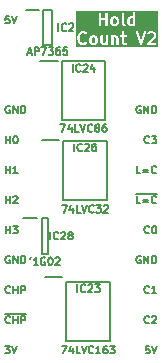
<source format=gto>
%TF.GenerationSoftware,KiCad,Pcbnew,9.0.7*%
%TF.CreationDate,2026-02-20T09:43:29+02:00*%
%TF.ProjectId,HCP65 Hold Count,48435036-3520-4486-9f6c-6420436f756e,V2*%
%TF.SameCoordinates,Original*%
%TF.FileFunction,Legend,Top*%
%TF.FilePolarity,Positive*%
%FSLAX46Y46*%
G04 Gerber Fmt 4.6, Leading zero omitted, Abs format (unit mm)*
G04 Created by KiCad (PCBNEW 9.0.7) date 2026-02-20 09:43:29*
%MOMM*%
%LPD*%
G01*
G04 APERTURE LIST*
%ADD10C,0.150000*%
%ADD11C,0.200000*%
G04 APERTURE END LIST*
D10*
X12673887Y-7301201D02*
X12613411Y-7270963D01*
X12613411Y-7270963D02*
X12522697Y-7270963D01*
X12522697Y-7270963D02*
X12431982Y-7301201D01*
X12431982Y-7301201D02*
X12371506Y-7361677D01*
X12371506Y-7361677D02*
X12341268Y-7422153D01*
X12341268Y-7422153D02*
X12311030Y-7543105D01*
X12311030Y-7543105D02*
X12311030Y-7633820D01*
X12311030Y-7633820D02*
X12341268Y-7754772D01*
X12341268Y-7754772D02*
X12371506Y-7815248D01*
X12371506Y-7815248D02*
X12431982Y-7875725D01*
X12431982Y-7875725D02*
X12522697Y-7905963D01*
X12522697Y-7905963D02*
X12583173Y-7905963D01*
X12583173Y-7905963D02*
X12673887Y-7875725D01*
X12673887Y-7875725D02*
X12704125Y-7845486D01*
X12704125Y-7845486D02*
X12704125Y-7633820D01*
X12704125Y-7633820D02*
X12583173Y-7633820D01*
X12976268Y-7905963D02*
X12976268Y-7270963D01*
X12976268Y-7270963D02*
X13339125Y-7905963D01*
X13339125Y-7905963D02*
X13339125Y-7270963D01*
X13641506Y-7905963D02*
X13641506Y-7270963D01*
X13641506Y-7270963D02*
X13792696Y-7270963D01*
X13792696Y-7270963D02*
X13883411Y-7301201D01*
X13883411Y-7301201D02*
X13943887Y-7361677D01*
X13943887Y-7361677D02*
X13974125Y-7422153D01*
X13974125Y-7422153D02*
X14004363Y-7543105D01*
X14004363Y-7543105D02*
X14004363Y-7633820D01*
X14004363Y-7633820D02*
X13974125Y-7754772D01*
X13974125Y-7754772D02*
X13943887Y-7815248D01*
X13943887Y-7815248D02*
X13883411Y-7875725D01*
X13883411Y-7875725D02*
X13792696Y-7905963D01*
X13792696Y-7905963D02*
X13641506Y-7905963D01*
X1598493Y-7301201D02*
X1538017Y-7270963D01*
X1538017Y-7270963D02*
X1447303Y-7270963D01*
X1447303Y-7270963D02*
X1356588Y-7301201D01*
X1356588Y-7301201D02*
X1296112Y-7361677D01*
X1296112Y-7361677D02*
X1265874Y-7422153D01*
X1265874Y-7422153D02*
X1235636Y-7543105D01*
X1235636Y-7543105D02*
X1235636Y-7633820D01*
X1235636Y-7633820D02*
X1265874Y-7754772D01*
X1265874Y-7754772D02*
X1296112Y-7815248D01*
X1296112Y-7815248D02*
X1356588Y-7875725D01*
X1356588Y-7875725D02*
X1447303Y-7905963D01*
X1447303Y-7905963D02*
X1507779Y-7905963D01*
X1507779Y-7905963D02*
X1598493Y-7875725D01*
X1598493Y-7875725D02*
X1628731Y-7845486D01*
X1628731Y-7845486D02*
X1628731Y-7633820D01*
X1628731Y-7633820D02*
X1507779Y-7633820D01*
X1900874Y-7905963D02*
X1900874Y-7270963D01*
X1900874Y-7270963D02*
X2263731Y-7905963D01*
X2263731Y-7905963D02*
X2263731Y-7270963D01*
X2566112Y-7905963D02*
X2566112Y-7270963D01*
X2566112Y-7270963D02*
X2717302Y-7270963D01*
X2717302Y-7270963D02*
X2808017Y-7301201D01*
X2808017Y-7301201D02*
X2868493Y-7361677D01*
X2868493Y-7361677D02*
X2898731Y-7422153D01*
X2898731Y-7422153D02*
X2928969Y-7543105D01*
X2928969Y-7543105D02*
X2928969Y-7633820D01*
X2928969Y-7633820D02*
X2898731Y-7754772D01*
X2898731Y-7754772D02*
X2868493Y-7815248D01*
X2868493Y-7815248D02*
X2808017Y-7875725D01*
X2808017Y-7875725D02*
X2717302Y-7905963D01*
X2717302Y-7905963D02*
X2566112Y-7905963D01*
X13399601Y-10385486D02*
X13369363Y-10415725D01*
X13369363Y-10415725D02*
X13278649Y-10445963D01*
X13278649Y-10445963D02*
X13218173Y-10445963D01*
X13218173Y-10445963D02*
X13127458Y-10415725D01*
X13127458Y-10415725D02*
X13066982Y-10355248D01*
X13066982Y-10355248D02*
X13036744Y-10294772D01*
X13036744Y-10294772D02*
X13006506Y-10173820D01*
X13006506Y-10173820D02*
X13006506Y-10083105D01*
X13006506Y-10083105D02*
X13036744Y-9962153D01*
X13036744Y-9962153D02*
X13066982Y-9901677D01*
X13066982Y-9901677D02*
X13127458Y-9841201D01*
X13127458Y-9841201D02*
X13218173Y-9810963D01*
X13218173Y-9810963D02*
X13278649Y-9810963D01*
X13278649Y-9810963D02*
X13369363Y-9841201D01*
X13369363Y-9841201D02*
X13399601Y-9871439D01*
X13611268Y-9810963D02*
X14004363Y-9810963D01*
X14004363Y-9810963D02*
X13792696Y-10052867D01*
X13792696Y-10052867D02*
X13883411Y-10052867D01*
X13883411Y-10052867D02*
X13943887Y-10083105D01*
X13943887Y-10083105D02*
X13974125Y-10113344D01*
X13974125Y-10113344D02*
X14004363Y-10173820D01*
X14004363Y-10173820D02*
X14004363Y-10325010D01*
X14004363Y-10325010D02*
X13974125Y-10385486D01*
X13974125Y-10385486D02*
X13943887Y-10415725D01*
X13943887Y-10415725D02*
X13883411Y-10445963D01*
X13883411Y-10445963D02*
X13701982Y-10445963D01*
X13701982Y-10445963D02*
X13641506Y-10415725D01*
X13641506Y-10415725D02*
X13611268Y-10385486D01*
X1568255Y349036D02*
X1265874Y349036D01*
X1265874Y349036D02*
X1235636Y46655D01*
X1235636Y46655D02*
X1265874Y76894D01*
X1265874Y76894D02*
X1326350Y107132D01*
X1326350Y107132D02*
X1477541Y107132D01*
X1477541Y107132D02*
X1538017Y76894D01*
X1538017Y76894D02*
X1568255Y46655D01*
X1568255Y46655D02*
X1598493Y-13820D01*
X1598493Y-13820D02*
X1598493Y-165010D01*
X1598493Y-165010D02*
X1568255Y-225486D01*
X1568255Y-225486D02*
X1538017Y-255725D01*
X1538017Y-255725D02*
X1477541Y-285963D01*
X1477541Y-285963D02*
X1326350Y-285963D01*
X1326350Y-285963D02*
X1265874Y-255725D01*
X1265874Y-255725D02*
X1235636Y-225486D01*
X1779922Y349036D02*
X1991588Y-285963D01*
X1991588Y-285963D02*
X2203255Y349036D01*
X12643649Y-15525963D02*
X12341268Y-15525963D01*
X12341268Y-15525963D02*
X12341268Y-14890963D01*
X12855316Y-15193344D02*
X13339126Y-15193344D01*
X13339126Y-15374772D02*
X12855316Y-15374772D01*
X14004363Y-15465486D02*
X13974125Y-15495725D01*
X13974125Y-15495725D02*
X13883411Y-15525963D01*
X13883411Y-15525963D02*
X13822935Y-15525963D01*
X13822935Y-15525963D02*
X13732220Y-15495725D01*
X13732220Y-15495725D02*
X13671744Y-15435248D01*
X13671744Y-15435248D02*
X13641506Y-15374772D01*
X13641506Y-15374772D02*
X13611268Y-15253820D01*
X13611268Y-15253820D02*
X13611268Y-15163105D01*
X13611268Y-15163105D02*
X13641506Y-15042153D01*
X13641506Y-15042153D02*
X13671744Y-14981677D01*
X13671744Y-14981677D02*
X13732220Y-14921201D01*
X13732220Y-14921201D02*
X13822935Y-14890963D01*
X13822935Y-14890963D02*
X13883411Y-14890963D01*
X13883411Y-14890963D02*
X13974125Y-14921201D01*
X13974125Y-14921201D02*
X14004363Y-14951439D01*
X12253578Y-14714675D02*
X14061816Y-14714675D01*
X13399601Y-23085486D02*
X13369363Y-23115725D01*
X13369363Y-23115725D02*
X13278649Y-23145963D01*
X13278649Y-23145963D02*
X13218173Y-23145963D01*
X13218173Y-23145963D02*
X13127458Y-23115725D01*
X13127458Y-23115725D02*
X13066982Y-23055248D01*
X13066982Y-23055248D02*
X13036744Y-22994772D01*
X13036744Y-22994772D02*
X13006506Y-22873820D01*
X13006506Y-22873820D02*
X13006506Y-22783105D01*
X13006506Y-22783105D02*
X13036744Y-22662153D01*
X13036744Y-22662153D02*
X13066982Y-22601677D01*
X13066982Y-22601677D02*
X13127458Y-22541201D01*
X13127458Y-22541201D02*
X13218173Y-22510963D01*
X13218173Y-22510963D02*
X13278649Y-22510963D01*
X13278649Y-22510963D02*
X13369363Y-22541201D01*
X13369363Y-22541201D02*
X13399601Y-22571439D01*
X14004363Y-23145963D02*
X13641506Y-23145963D01*
X13822934Y-23145963D02*
X13822934Y-22510963D01*
X13822934Y-22510963D02*
X13762458Y-22601677D01*
X13762458Y-22601677D02*
X13701982Y-22662153D01*
X13701982Y-22662153D02*
X13641506Y-22692391D01*
X1628731Y-25625486D02*
X1598493Y-25655725D01*
X1598493Y-25655725D02*
X1507779Y-25685963D01*
X1507779Y-25685963D02*
X1447303Y-25685963D01*
X1447303Y-25685963D02*
X1356588Y-25655725D01*
X1356588Y-25655725D02*
X1296112Y-25595248D01*
X1296112Y-25595248D02*
X1265874Y-25534772D01*
X1265874Y-25534772D02*
X1235636Y-25413820D01*
X1235636Y-25413820D02*
X1235636Y-25323105D01*
X1235636Y-25323105D02*
X1265874Y-25202153D01*
X1265874Y-25202153D02*
X1296112Y-25141677D01*
X1296112Y-25141677D02*
X1356588Y-25081201D01*
X1356588Y-25081201D02*
X1447303Y-25050963D01*
X1447303Y-25050963D02*
X1507779Y-25050963D01*
X1507779Y-25050963D02*
X1598493Y-25081201D01*
X1598493Y-25081201D02*
X1628731Y-25111439D01*
X1900874Y-25685963D02*
X1900874Y-25050963D01*
X1900874Y-25353344D02*
X2263731Y-25353344D01*
X2263731Y-25685963D02*
X2263731Y-25050963D01*
X2566112Y-25685963D02*
X2566112Y-25050963D01*
X2566112Y-25050963D02*
X2808017Y-25050963D01*
X2808017Y-25050963D02*
X2868493Y-25081201D01*
X2868493Y-25081201D02*
X2898731Y-25111439D01*
X2898731Y-25111439D02*
X2928969Y-25171915D01*
X2928969Y-25171915D02*
X2928969Y-25262629D01*
X2928969Y-25262629D02*
X2898731Y-25323105D01*
X2898731Y-25323105D02*
X2868493Y-25353344D01*
X2868493Y-25353344D02*
X2808017Y-25383582D01*
X2808017Y-25383582D02*
X2566112Y-25383582D01*
X1178184Y-24874675D02*
X2986422Y-24874675D01*
X1205398Y-27590963D02*
X1598493Y-27590963D01*
X1598493Y-27590963D02*
X1386826Y-27832867D01*
X1386826Y-27832867D02*
X1477541Y-27832867D01*
X1477541Y-27832867D02*
X1538017Y-27863105D01*
X1538017Y-27863105D02*
X1568255Y-27893344D01*
X1568255Y-27893344D02*
X1598493Y-27953820D01*
X1598493Y-27953820D02*
X1598493Y-28105010D01*
X1598493Y-28105010D02*
X1568255Y-28165486D01*
X1568255Y-28165486D02*
X1538017Y-28195725D01*
X1538017Y-28195725D02*
X1477541Y-28225963D01*
X1477541Y-28225963D02*
X1296112Y-28225963D01*
X1296112Y-28225963D02*
X1235636Y-28195725D01*
X1235636Y-28195725D02*
X1205398Y-28165486D01*
X1779922Y-27590963D02*
X1991588Y-28225963D01*
X1991588Y-28225963D02*
X2203255Y-27590963D01*
X13399601Y-25625486D02*
X13369363Y-25655725D01*
X13369363Y-25655725D02*
X13278649Y-25685963D01*
X13278649Y-25685963D02*
X13218173Y-25685963D01*
X13218173Y-25685963D02*
X13127458Y-25655725D01*
X13127458Y-25655725D02*
X13066982Y-25595248D01*
X13066982Y-25595248D02*
X13036744Y-25534772D01*
X13036744Y-25534772D02*
X13006506Y-25413820D01*
X13006506Y-25413820D02*
X13006506Y-25323105D01*
X13006506Y-25323105D02*
X13036744Y-25202153D01*
X13036744Y-25202153D02*
X13066982Y-25141677D01*
X13066982Y-25141677D02*
X13127458Y-25081201D01*
X13127458Y-25081201D02*
X13218173Y-25050963D01*
X13218173Y-25050963D02*
X13278649Y-25050963D01*
X13278649Y-25050963D02*
X13369363Y-25081201D01*
X13369363Y-25081201D02*
X13399601Y-25111439D01*
X13641506Y-25111439D02*
X13671744Y-25081201D01*
X13671744Y-25081201D02*
X13732220Y-25050963D01*
X13732220Y-25050963D02*
X13883411Y-25050963D01*
X13883411Y-25050963D02*
X13943887Y-25081201D01*
X13943887Y-25081201D02*
X13974125Y-25111439D01*
X13974125Y-25111439D02*
X14004363Y-25171915D01*
X14004363Y-25171915D02*
X14004363Y-25232391D01*
X14004363Y-25232391D02*
X13974125Y-25323105D01*
X13974125Y-25323105D02*
X13611268Y-25685963D01*
X13611268Y-25685963D02*
X14004363Y-25685963D01*
X13399601Y-18005486D02*
X13369363Y-18035725D01*
X13369363Y-18035725D02*
X13278649Y-18065963D01*
X13278649Y-18065963D02*
X13218173Y-18065963D01*
X13218173Y-18065963D02*
X13127458Y-18035725D01*
X13127458Y-18035725D02*
X13066982Y-17975248D01*
X13066982Y-17975248D02*
X13036744Y-17914772D01*
X13036744Y-17914772D02*
X13006506Y-17793820D01*
X13006506Y-17793820D02*
X13006506Y-17703105D01*
X13006506Y-17703105D02*
X13036744Y-17582153D01*
X13036744Y-17582153D02*
X13066982Y-17521677D01*
X13066982Y-17521677D02*
X13127458Y-17461201D01*
X13127458Y-17461201D02*
X13218173Y-17430963D01*
X13218173Y-17430963D02*
X13278649Y-17430963D01*
X13278649Y-17430963D02*
X13369363Y-17461201D01*
X13369363Y-17461201D02*
X13399601Y-17491439D01*
X13792696Y-17430963D02*
X13853173Y-17430963D01*
X13853173Y-17430963D02*
X13913649Y-17461201D01*
X13913649Y-17461201D02*
X13943887Y-17491439D01*
X13943887Y-17491439D02*
X13974125Y-17551915D01*
X13974125Y-17551915D02*
X14004363Y-17672867D01*
X14004363Y-17672867D02*
X14004363Y-17824058D01*
X14004363Y-17824058D02*
X13974125Y-17945010D01*
X13974125Y-17945010D02*
X13943887Y-18005486D01*
X13943887Y-18005486D02*
X13913649Y-18035725D01*
X13913649Y-18035725D02*
X13853173Y-18065963D01*
X13853173Y-18065963D02*
X13792696Y-18065963D01*
X13792696Y-18065963D02*
X13732220Y-18035725D01*
X13732220Y-18035725D02*
X13701982Y-18005486D01*
X13701982Y-18005486D02*
X13671744Y-17945010D01*
X13671744Y-17945010D02*
X13641506Y-17824058D01*
X13641506Y-17824058D02*
X13641506Y-17672867D01*
X13641506Y-17672867D02*
X13671744Y-17551915D01*
X13671744Y-17551915D02*
X13701982Y-17491439D01*
X13701982Y-17491439D02*
X13732220Y-17461201D01*
X13732220Y-17461201D02*
X13792696Y-17430963D01*
X1628731Y-23085486D02*
X1598493Y-23115725D01*
X1598493Y-23115725D02*
X1507779Y-23145963D01*
X1507779Y-23145963D02*
X1447303Y-23145963D01*
X1447303Y-23145963D02*
X1356588Y-23115725D01*
X1356588Y-23115725D02*
X1296112Y-23055248D01*
X1296112Y-23055248D02*
X1265874Y-22994772D01*
X1265874Y-22994772D02*
X1235636Y-22873820D01*
X1235636Y-22873820D02*
X1235636Y-22783105D01*
X1235636Y-22783105D02*
X1265874Y-22662153D01*
X1265874Y-22662153D02*
X1296112Y-22601677D01*
X1296112Y-22601677D02*
X1356588Y-22541201D01*
X1356588Y-22541201D02*
X1447303Y-22510963D01*
X1447303Y-22510963D02*
X1507779Y-22510963D01*
X1507779Y-22510963D02*
X1598493Y-22541201D01*
X1598493Y-22541201D02*
X1628731Y-22571439D01*
X1900874Y-23145963D02*
X1900874Y-22510963D01*
X1900874Y-22813344D02*
X2263731Y-22813344D01*
X2263731Y-23145963D02*
X2263731Y-22510963D01*
X2566112Y-23145963D02*
X2566112Y-22510963D01*
X2566112Y-22510963D02*
X2808017Y-22510963D01*
X2808017Y-22510963D02*
X2868493Y-22541201D01*
X2868493Y-22541201D02*
X2898731Y-22571439D01*
X2898731Y-22571439D02*
X2928969Y-22631915D01*
X2928969Y-22631915D02*
X2928969Y-22722629D01*
X2928969Y-22722629D02*
X2898731Y-22783105D01*
X2898731Y-22783105D02*
X2868493Y-22813344D01*
X2868493Y-22813344D02*
X2808017Y-22843582D01*
X2808017Y-22843582D02*
X2566112Y-22843582D01*
X1598493Y-20001201D02*
X1538017Y-19970963D01*
X1538017Y-19970963D02*
X1447303Y-19970963D01*
X1447303Y-19970963D02*
X1356588Y-20001201D01*
X1356588Y-20001201D02*
X1296112Y-20061677D01*
X1296112Y-20061677D02*
X1265874Y-20122153D01*
X1265874Y-20122153D02*
X1235636Y-20243105D01*
X1235636Y-20243105D02*
X1235636Y-20333820D01*
X1235636Y-20333820D02*
X1265874Y-20454772D01*
X1265874Y-20454772D02*
X1296112Y-20515248D01*
X1296112Y-20515248D02*
X1356588Y-20575725D01*
X1356588Y-20575725D02*
X1447303Y-20605963D01*
X1447303Y-20605963D02*
X1507779Y-20605963D01*
X1507779Y-20605963D02*
X1598493Y-20575725D01*
X1598493Y-20575725D02*
X1628731Y-20545486D01*
X1628731Y-20545486D02*
X1628731Y-20333820D01*
X1628731Y-20333820D02*
X1507779Y-20333820D01*
X1900874Y-20605963D02*
X1900874Y-19970963D01*
X1900874Y-19970963D02*
X2263731Y-20605963D01*
X2263731Y-20605963D02*
X2263731Y-19970963D01*
X2566112Y-20605963D02*
X2566112Y-19970963D01*
X2566112Y-19970963D02*
X2717302Y-19970963D01*
X2717302Y-19970963D02*
X2808017Y-20001201D01*
X2808017Y-20001201D02*
X2868493Y-20061677D01*
X2868493Y-20061677D02*
X2898731Y-20122153D01*
X2898731Y-20122153D02*
X2928969Y-20243105D01*
X2928969Y-20243105D02*
X2928969Y-20333820D01*
X2928969Y-20333820D02*
X2898731Y-20454772D01*
X2898731Y-20454772D02*
X2868493Y-20515248D01*
X2868493Y-20515248D02*
X2808017Y-20575725D01*
X2808017Y-20575725D02*
X2717302Y-20605963D01*
X2717302Y-20605963D02*
X2566112Y-20605963D01*
X13429839Y-27590963D02*
X13127458Y-27590963D01*
X13127458Y-27590963D02*
X13097220Y-27893344D01*
X13097220Y-27893344D02*
X13127458Y-27863105D01*
X13127458Y-27863105D02*
X13187934Y-27832867D01*
X13187934Y-27832867D02*
X13339125Y-27832867D01*
X13339125Y-27832867D02*
X13399601Y-27863105D01*
X13399601Y-27863105D02*
X13429839Y-27893344D01*
X13429839Y-27893344D02*
X13460077Y-27953820D01*
X13460077Y-27953820D02*
X13460077Y-28105010D01*
X13460077Y-28105010D02*
X13429839Y-28165486D01*
X13429839Y-28165486D02*
X13399601Y-28195725D01*
X13399601Y-28195725D02*
X13339125Y-28225963D01*
X13339125Y-28225963D02*
X13187934Y-28225963D01*
X13187934Y-28225963D02*
X13127458Y-28195725D01*
X13127458Y-28195725D02*
X13097220Y-28165486D01*
X13641506Y-27590963D02*
X13853172Y-28225963D01*
X13853172Y-28225963D02*
X14064839Y-27590963D01*
X12673887Y-20001201D02*
X12613411Y-19970963D01*
X12613411Y-19970963D02*
X12522697Y-19970963D01*
X12522697Y-19970963D02*
X12431982Y-20001201D01*
X12431982Y-20001201D02*
X12371506Y-20061677D01*
X12371506Y-20061677D02*
X12341268Y-20122153D01*
X12341268Y-20122153D02*
X12311030Y-20243105D01*
X12311030Y-20243105D02*
X12311030Y-20333820D01*
X12311030Y-20333820D02*
X12341268Y-20454772D01*
X12341268Y-20454772D02*
X12371506Y-20515248D01*
X12371506Y-20515248D02*
X12431982Y-20575725D01*
X12431982Y-20575725D02*
X12522697Y-20605963D01*
X12522697Y-20605963D02*
X12583173Y-20605963D01*
X12583173Y-20605963D02*
X12673887Y-20575725D01*
X12673887Y-20575725D02*
X12704125Y-20545486D01*
X12704125Y-20545486D02*
X12704125Y-20333820D01*
X12704125Y-20333820D02*
X12583173Y-20333820D01*
X12976268Y-20605963D02*
X12976268Y-19970963D01*
X12976268Y-19970963D02*
X13339125Y-20605963D01*
X13339125Y-20605963D02*
X13339125Y-19970963D01*
X13641506Y-20605963D02*
X13641506Y-19970963D01*
X13641506Y-19970963D02*
X13792696Y-19970963D01*
X13792696Y-19970963D02*
X13883411Y-20001201D01*
X13883411Y-20001201D02*
X13943887Y-20061677D01*
X13943887Y-20061677D02*
X13974125Y-20122153D01*
X13974125Y-20122153D02*
X14004363Y-20243105D01*
X14004363Y-20243105D02*
X14004363Y-20333820D01*
X14004363Y-20333820D02*
X13974125Y-20454772D01*
X13974125Y-20454772D02*
X13943887Y-20515248D01*
X13943887Y-20515248D02*
X13883411Y-20575725D01*
X13883411Y-20575725D02*
X13792696Y-20605963D01*
X13792696Y-20605963D02*
X13641506Y-20605963D01*
D11*
G36*
X8799239Y-1489357D02*
G01*
X8823908Y-1514025D01*
X8853713Y-1573635D01*
X8853713Y-1812135D01*
X8823908Y-1871743D01*
X8799239Y-1896413D01*
X8739630Y-1926219D01*
X8643987Y-1926219D01*
X8584377Y-1896414D01*
X8559710Y-1871746D01*
X8529904Y-1812134D01*
X8529904Y-1573635D01*
X8559709Y-1514025D01*
X8584377Y-1489356D01*
X8643987Y-1459552D01*
X8739630Y-1459552D01*
X8799239Y-1489357D01*
G37*
G36*
X10584954Y120585D02*
G01*
X10609623Y95917D01*
X10639428Y36308D01*
X10639428Y-202191D01*
X10609623Y-261799D01*
X10584954Y-286469D01*
X10525345Y-316275D01*
X10429702Y-316275D01*
X10370092Y-286470D01*
X10345425Y-261802D01*
X10315619Y-202190D01*
X10315619Y36307D01*
X10345424Y95917D01*
X10370092Y120586D01*
X10429702Y150391D01*
X10525345Y150391D01*
X10584954Y120585D01*
G37*
G36*
X12020381Y140968D02*
G01*
X12020381Y-306852D01*
X12001536Y-316275D01*
X11858274Y-316275D01*
X11798664Y-286470D01*
X11773997Y-261802D01*
X11744191Y-202190D01*
X11744191Y36307D01*
X11773996Y95917D01*
X11798664Y120586D01*
X11858274Y150391D01*
X12001536Y150391D01*
X12020381Y140968D01*
G37*
G36*
X14117206Y-2237330D02*
G01*
X7218793Y-2237330D01*
X7218793Y-1454790D01*
X7329904Y-1454790D01*
X7329904Y-1597647D01*
X7330239Y-1601049D01*
X7330022Y-1602508D01*
X7331101Y-1609805D01*
X7331825Y-1617156D01*
X7332389Y-1618519D01*
X7332890Y-1621901D01*
X7380509Y-1812376D01*
X7381022Y-1813813D01*
X7381074Y-1814536D01*
X7384182Y-1822660D01*
X7387104Y-1830837D01*
X7387534Y-1831417D01*
X7388080Y-1832844D01*
X7435699Y-1928082D01*
X7440981Y-1936474D01*
X7441994Y-1938918D01*
X7444250Y-1941667D01*
X7446142Y-1944672D01*
X7448136Y-1946401D01*
X7454431Y-1954071D01*
X7549669Y-2049311D01*
X7564822Y-2061747D01*
X7568141Y-2063122D01*
X7570857Y-2065477D01*
X7588757Y-2073468D01*
X7731614Y-2121087D01*
X7741286Y-2123286D01*
X7743728Y-2124298D01*
X7747265Y-2124646D01*
X7750729Y-2125434D01*
X7753363Y-2125246D01*
X7763237Y-2126219D01*
X7858475Y-2126219D01*
X7868348Y-2125246D01*
X7870982Y-2125434D01*
X7874445Y-2124646D01*
X7877984Y-2124298D01*
X7880426Y-2123286D01*
X7890098Y-2121087D01*
X8032954Y-2073468D01*
X8050855Y-2065477D01*
X8053570Y-2063122D01*
X8056890Y-2061747D01*
X8072043Y-2049310D01*
X8119662Y-2001690D01*
X8132099Y-1986537D01*
X8147030Y-1950488D01*
X8147029Y-1911470D01*
X8132098Y-1875422D01*
X8104507Y-1847832D01*
X8068459Y-1832901D01*
X8029441Y-1832902D01*
X7993393Y-1847833D01*
X7978239Y-1860270D01*
X7947312Y-1891197D01*
X7842248Y-1926219D01*
X7779463Y-1926219D01*
X7674398Y-1891197D01*
X7607328Y-1824127D01*
X7571874Y-1753218D01*
X7529904Y-1585337D01*
X7529904Y-1550028D01*
X8329904Y-1550028D01*
X8329904Y-1835742D01*
X8331825Y-1855251D01*
X8333200Y-1858571D01*
X8333455Y-1862155D01*
X8340461Y-1880463D01*
X8388080Y-1975701D01*
X8393363Y-1984093D01*
X8394375Y-1986537D01*
X8396631Y-1989286D01*
X8398523Y-1992291D01*
X8400517Y-1994020D01*
X8406812Y-2001690D01*
X8454430Y-2049310D01*
X8462098Y-2055603D01*
X8463830Y-2057600D01*
X8466838Y-2059493D01*
X8469584Y-2061747D01*
X8472024Y-2062757D01*
X8480421Y-2068043D01*
X8575658Y-2115662D01*
X8593967Y-2122668D01*
X8597550Y-2122922D01*
X8600871Y-2124298D01*
X8620380Y-2126219D01*
X8763237Y-2126219D01*
X8782746Y-2124298D01*
X8786066Y-2122922D01*
X8789650Y-2122668D01*
X8807958Y-2115662D01*
X8903196Y-2068043D01*
X8911591Y-2062758D01*
X8914033Y-2061747D01*
X8916780Y-2059491D01*
X8919786Y-2057600D01*
X8921516Y-2055605D01*
X8929186Y-2049310D01*
X8976805Y-2001690D01*
X8983097Y-1994023D01*
X8985094Y-1992292D01*
X8986987Y-1989284D01*
X8989242Y-1986537D01*
X8990253Y-1984095D01*
X8995537Y-1975701D01*
X9043156Y-1880464D01*
X9050162Y-1862155D01*
X9050416Y-1858571D01*
X9051792Y-1855251D01*
X9053713Y-1835742D01*
X9053713Y-1550028D01*
X9051792Y-1530519D01*
X9050416Y-1527198D01*
X9050162Y-1523615D01*
X9043156Y-1505306D01*
X8995537Y-1410069D01*
X8990251Y-1401672D01*
X8989241Y-1399232D01*
X8986987Y-1396486D01*
X8985094Y-1393478D01*
X8983096Y-1391745D01*
X8976804Y-1384079D01*
X8952278Y-1359552D01*
X9282285Y-1359552D01*
X9282285Y-1883361D01*
X9284206Y-1902870D01*
X9285581Y-1906190D01*
X9285836Y-1909773D01*
X9292842Y-1928082D01*
X9340461Y-2023321D01*
X9342514Y-2026584D01*
X9343028Y-2028123D01*
X9344690Y-2030039D01*
X9350904Y-2039911D01*
X9360375Y-2048125D01*
X9368592Y-2057600D01*
X9378462Y-2063812D01*
X9380380Y-2065476D01*
X9381920Y-2065989D01*
X9385183Y-2068043D01*
X9480420Y-2115662D01*
X9498729Y-2122668D01*
X9502312Y-2122922D01*
X9505633Y-2124298D01*
X9525142Y-2126219D01*
X9667999Y-2126219D01*
X9687508Y-2124298D01*
X9690828Y-2122922D01*
X9694412Y-2122668D01*
X9712720Y-2115662D01*
X9745303Y-2099370D01*
X9755299Y-2109366D01*
X9791347Y-2124298D01*
X9830365Y-2124298D01*
X9866413Y-2109366D01*
X9894003Y-2081776D01*
X9908935Y-2045728D01*
X9910856Y-2026219D01*
X9910856Y-1359552D01*
X10187047Y-1359552D01*
X10187047Y-2026219D01*
X10188968Y-2045728D01*
X10203900Y-2081776D01*
X10231490Y-2109366D01*
X10267538Y-2124298D01*
X10306556Y-2124298D01*
X10342604Y-2109366D01*
X10370194Y-2081776D01*
X10385126Y-2045728D01*
X10387047Y-2026219D01*
X10387047Y-1496211D01*
X10393901Y-1489356D01*
X10453511Y-1459552D01*
X10549154Y-1459552D01*
X10593463Y-1481707D01*
X10615618Y-1526016D01*
X10615618Y-2026219D01*
X10617539Y-2045728D01*
X10632471Y-2081776D01*
X10660061Y-2109366D01*
X10696109Y-2124298D01*
X10735127Y-2124298D01*
X10771175Y-2109366D01*
X10798765Y-2081776D01*
X10813697Y-2045728D01*
X10815618Y-2026219D01*
X10815618Y-1502409D01*
X10813697Y-1482900D01*
X10812321Y-1479579D01*
X10812067Y-1475996D01*
X10805061Y-1457687D01*
X10757442Y-1362450D01*
X10755387Y-1359186D01*
X10754875Y-1357648D01*
X10753213Y-1355732D01*
X10746999Y-1345859D01*
X10740293Y-1340043D01*
X10950873Y-1340043D01*
X10950873Y-1379061D01*
X10965805Y-1415109D01*
X10993395Y-1442699D01*
X11029443Y-1457631D01*
X11048952Y-1459552D01*
X11091809Y-1459552D01*
X11091809Y-1883361D01*
X11093730Y-1902870D01*
X11095105Y-1906190D01*
X11095360Y-1909773D01*
X11102366Y-1928082D01*
X11149985Y-2023321D01*
X11152038Y-2026584D01*
X11152552Y-2028123D01*
X11154214Y-2030039D01*
X11160428Y-2039911D01*
X11169899Y-2048125D01*
X11178116Y-2057600D01*
X11187986Y-2063812D01*
X11189904Y-2065476D01*
X11191444Y-2065989D01*
X11194707Y-2068043D01*
X11289944Y-2115662D01*
X11308253Y-2122668D01*
X11311836Y-2122922D01*
X11315157Y-2124298D01*
X11334666Y-2126219D01*
X11429904Y-2126219D01*
X11449413Y-2124298D01*
X11485461Y-2109366D01*
X11513051Y-2081776D01*
X11527983Y-2045728D01*
X11527983Y-2006710D01*
X11513051Y-1970662D01*
X11485461Y-1943072D01*
X11449413Y-1928140D01*
X11429904Y-1926219D01*
X11358273Y-1926219D01*
X11313963Y-1904064D01*
X11291809Y-1859754D01*
X11291809Y-1459552D01*
X11429904Y-1459552D01*
X11449413Y-1457631D01*
X11485461Y-1442699D01*
X11513051Y-1415109D01*
X11527983Y-1379061D01*
X11527983Y-1340043D01*
X11513051Y-1303995D01*
X11485461Y-1276405D01*
X11449413Y-1261473D01*
X11429904Y-1259552D01*
X11291809Y-1259552D01*
X11291809Y-1038726D01*
X12283071Y-1038726D01*
X12287418Y-1057842D01*
X12620751Y-2057841D01*
X12628742Y-2075742D01*
X12633425Y-2081141D01*
X12636620Y-2087531D01*
X12646091Y-2095746D01*
X12654307Y-2105218D01*
X12660695Y-2108412D01*
X12666096Y-2113096D01*
X12677997Y-2117063D01*
X12689206Y-2122667D01*
X12696330Y-2123173D01*
X12703112Y-2125434D01*
X12715621Y-2124544D01*
X12728126Y-2125434D01*
X12734904Y-2123174D01*
X12742032Y-2122668D01*
X12753248Y-2117059D01*
X12765142Y-2113095D01*
X12770539Y-2108414D01*
X12776931Y-2105218D01*
X12785149Y-2095742D01*
X12794618Y-2087530D01*
X12797811Y-2081143D01*
X12802496Y-2075742D01*
X12810487Y-2057842D01*
X12827531Y-2006710D01*
X13188969Y-2006710D01*
X13188969Y-2045728D01*
X13203901Y-2081776D01*
X13231491Y-2109366D01*
X13267539Y-2124298D01*
X13287048Y-2126219D01*
X13906095Y-2126219D01*
X13925604Y-2124298D01*
X13961652Y-2109366D01*
X13989242Y-2081776D01*
X14004174Y-2045728D01*
X14004174Y-2006710D01*
X13989242Y-1970662D01*
X13961652Y-1943072D01*
X13925604Y-1928140D01*
X13906095Y-1926219D01*
X13528470Y-1926219D01*
X13929187Y-1525501D01*
X13941623Y-1510347D01*
X13942997Y-1507028D01*
X13945353Y-1504313D01*
X13953344Y-1486413D01*
X14000963Y-1343556D01*
X14003162Y-1333883D01*
X14004174Y-1331442D01*
X14004522Y-1327904D01*
X14005310Y-1324441D01*
X14005122Y-1321806D01*
X14006095Y-1311933D01*
X14006095Y-1216695D01*
X14004174Y-1197186D01*
X14002798Y-1193865D01*
X14002544Y-1190282D01*
X13995538Y-1171973D01*
X13947919Y-1076736D01*
X13942633Y-1068339D01*
X13941623Y-1065899D01*
X13939369Y-1063153D01*
X13937476Y-1060145D01*
X13935478Y-1058412D01*
X13929186Y-1050746D01*
X13881568Y-1003127D01*
X13873897Y-996832D01*
X13872168Y-994838D01*
X13869160Y-992944D01*
X13866414Y-990691D01*
X13863974Y-989680D01*
X13855578Y-984395D01*
X13760340Y-936776D01*
X13742032Y-929770D01*
X13738448Y-929515D01*
X13735128Y-928140D01*
X13715619Y-926219D01*
X13477524Y-926219D01*
X13458015Y-928140D01*
X13454694Y-929515D01*
X13451111Y-929770D01*
X13432802Y-936776D01*
X13337565Y-984395D01*
X13329168Y-989680D01*
X13326728Y-990691D01*
X13323982Y-992944D01*
X13320974Y-994838D01*
X13319241Y-996835D01*
X13311575Y-1003128D01*
X13263956Y-1050746D01*
X13251520Y-1065900D01*
X13236588Y-1101948D01*
X13236588Y-1140966D01*
X13251520Y-1177014D01*
X13279110Y-1204604D01*
X13315158Y-1219536D01*
X13354176Y-1219536D01*
X13390224Y-1204604D01*
X13405378Y-1192168D01*
X13441521Y-1156023D01*
X13501131Y-1126219D01*
X13692012Y-1126219D01*
X13751621Y-1156024D01*
X13776290Y-1180692D01*
X13806095Y-1240302D01*
X13806095Y-1295706D01*
X13771073Y-1400770D01*
X13216337Y-1955508D01*
X13203901Y-1970662D01*
X13188969Y-2006710D01*
X12827531Y-2006710D01*
X13143820Y-1057842D01*
X13148167Y-1038727D01*
X13145401Y-999807D01*
X13127951Y-964908D01*
X13098475Y-939343D01*
X13061459Y-927004D01*
X13022539Y-929771D01*
X12987640Y-947220D01*
X12962075Y-976696D01*
X12954084Y-994597D01*
X12715619Y-1709991D01*
X12477154Y-994596D01*
X12469163Y-976696D01*
X12443598Y-947220D01*
X12408699Y-929770D01*
X12369779Y-927004D01*
X12332763Y-939342D01*
X12303287Y-964907D01*
X12285837Y-999806D01*
X12283071Y-1038726D01*
X11291809Y-1038726D01*
X11291809Y-1026219D01*
X11289888Y-1006710D01*
X11274956Y-970662D01*
X11247366Y-943072D01*
X11211318Y-928140D01*
X11172300Y-928140D01*
X11136252Y-943072D01*
X11108662Y-970662D01*
X11093730Y-1006710D01*
X11091809Y-1026219D01*
X11091809Y-1259552D01*
X11048952Y-1259552D01*
X11029443Y-1261473D01*
X10993395Y-1276405D01*
X10965805Y-1303995D01*
X10950873Y-1340043D01*
X10740293Y-1340043D01*
X10737523Y-1337641D01*
X10729310Y-1328171D01*
X10719438Y-1321957D01*
X10717522Y-1320295D01*
X10715983Y-1319781D01*
X10712720Y-1317728D01*
X10617482Y-1270109D01*
X10599174Y-1263103D01*
X10595590Y-1262848D01*
X10592270Y-1261473D01*
X10572761Y-1259552D01*
X10429904Y-1259552D01*
X10410395Y-1261473D01*
X10407074Y-1262848D01*
X10403491Y-1263103D01*
X10385182Y-1270109D01*
X10352599Y-1286400D01*
X10342604Y-1276405D01*
X10306556Y-1261473D01*
X10267538Y-1261473D01*
X10231490Y-1276405D01*
X10203900Y-1303995D01*
X10188968Y-1340043D01*
X10187047Y-1359552D01*
X9910856Y-1359552D01*
X9908935Y-1340043D01*
X9894003Y-1303995D01*
X9866413Y-1276405D01*
X9830365Y-1261473D01*
X9791347Y-1261473D01*
X9755299Y-1276405D01*
X9727709Y-1303995D01*
X9712777Y-1340043D01*
X9710856Y-1359552D01*
X9710856Y-1889559D01*
X9704001Y-1896413D01*
X9644392Y-1926219D01*
X9548749Y-1926219D01*
X9504439Y-1904064D01*
X9482285Y-1859754D01*
X9482285Y-1359552D01*
X9480364Y-1340043D01*
X9465432Y-1303995D01*
X9437842Y-1276405D01*
X9401794Y-1261473D01*
X9362776Y-1261473D01*
X9326728Y-1276405D01*
X9299138Y-1303995D01*
X9284206Y-1340043D01*
X9282285Y-1359552D01*
X8952278Y-1359552D01*
X8929186Y-1336460D01*
X8921515Y-1330165D01*
X8919786Y-1328171D01*
X8916778Y-1326277D01*
X8914032Y-1324024D01*
X8911592Y-1323013D01*
X8903196Y-1317728D01*
X8807958Y-1270109D01*
X8789650Y-1263103D01*
X8786066Y-1262848D01*
X8782746Y-1261473D01*
X8763237Y-1259552D01*
X8620380Y-1259552D01*
X8600871Y-1261473D01*
X8597550Y-1262848D01*
X8593967Y-1263103D01*
X8575658Y-1270109D01*
X8480421Y-1317728D01*
X8472024Y-1323013D01*
X8469584Y-1324024D01*
X8466838Y-1326277D01*
X8463830Y-1328171D01*
X8462097Y-1330168D01*
X8454431Y-1336461D01*
X8406812Y-1384079D01*
X8400517Y-1391749D01*
X8398523Y-1393479D01*
X8396629Y-1396486D01*
X8394376Y-1399233D01*
X8393365Y-1401672D01*
X8388080Y-1410069D01*
X8340461Y-1505307D01*
X8333455Y-1523615D01*
X8333200Y-1527198D01*
X8331825Y-1530519D01*
X8329904Y-1550028D01*
X7529904Y-1550028D01*
X7529904Y-1467100D01*
X7571874Y-1299218D01*
X7607327Y-1228312D01*
X7674399Y-1161240D01*
X7779463Y-1126219D01*
X7842248Y-1126219D01*
X7947313Y-1161240D01*
X7978240Y-1192167D01*
X7993393Y-1204604D01*
X8029442Y-1219535D01*
X8068460Y-1219535D01*
X8104508Y-1204604D01*
X8132098Y-1177014D01*
X8147029Y-1140966D01*
X8147029Y-1101948D01*
X8132098Y-1065899D01*
X8119661Y-1050746D01*
X8072043Y-1003127D01*
X8056889Y-990691D01*
X8053570Y-989316D01*
X8050855Y-986961D01*
X8032954Y-978970D01*
X7890098Y-931351D01*
X7880426Y-929151D01*
X7877984Y-928140D01*
X7874445Y-927791D01*
X7870982Y-927004D01*
X7868348Y-927191D01*
X7858475Y-926219D01*
X7763237Y-926219D01*
X7753363Y-927191D01*
X7750729Y-927004D01*
X7747265Y-927791D01*
X7743728Y-928140D01*
X7741286Y-929151D01*
X7731614Y-931351D01*
X7588757Y-978970D01*
X7570857Y-986961D01*
X7568141Y-989316D01*
X7564823Y-990691D01*
X7549669Y-1003127D01*
X7454431Y-1098365D01*
X7448136Y-1106035D01*
X7446142Y-1107765D01*
X7444248Y-1110772D01*
X7441995Y-1113519D01*
X7440984Y-1115958D01*
X7435699Y-1124355D01*
X7388080Y-1219593D01*
X7387534Y-1221019D01*
X7387104Y-1221600D01*
X7384182Y-1229776D01*
X7381074Y-1237901D01*
X7381022Y-1238623D01*
X7380509Y-1240061D01*
X7332890Y-1430536D01*
X7332389Y-1433917D01*
X7331825Y-1435281D01*
X7331101Y-1442631D01*
X7330022Y-1449929D01*
X7330239Y-1451387D01*
X7329904Y-1454790D01*
X7218793Y-1454790D01*
X7218793Y583724D01*
X9115619Y583724D01*
X9115619Y-416275D01*
X9117540Y-435784D01*
X9132472Y-471832D01*
X9160062Y-499422D01*
X9196110Y-514354D01*
X9235128Y-514354D01*
X9271176Y-499422D01*
X9298766Y-471832D01*
X9313698Y-435784D01*
X9315619Y-416275D01*
X9315619Y7534D01*
X9687047Y7534D01*
X9687047Y-416275D01*
X9688968Y-435784D01*
X9703900Y-471832D01*
X9731490Y-499422D01*
X9767538Y-514354D01*
X9806556Y-514354D01*
X9842604Y-499422D01*
X9870194Y-471832D01*
X9885126Y-435784D01*
X9887047Y-416275D01*
X9887047Y59915D01*
X10115619Y59915D01*
X10115619Y-225798D01*
X10117540Y-245307D01*
X10118915Y-248627D01*
X10119170Y-252211D01*
X10126176Y-270519D01*
X10173795Y-365757D01*
X10179078Y-374149D01*
X10180090Y-376593D01*
X10182346Y-379342D01*
X10184238Y-382347D01*
X10186232Y-384076D01*
X10192527Y-391746D01*
X10240145Y-439366D01*
X10247813Y-445659D01*
X10249545Y-447656D01*
X10252553Y-449549D01*
X10255299Y-451803D01*
X10257739Y-452813D01*
X10266136Y-458099D01*
X10361373Y-505718D01*
X10379682Y-512724D01*
X10383265Y-512978D01*
X10386586Y-514354D01*
X10406095Y-516275D01*
X10548952Y-516275D01*
X10568461Y-514354D01*
X10571781Y-512978D01*
X10575365Y-512724D01*
X10593673Y-505718D01*
X10688911Y-458099D01*
X10697306Y-452814D01*
X10699748Y-451803D01*
X10702495Y-449547D01*
X10705501Y-447656D01*
X10707231Y-445661D01*
X10714901Y-439366D01*
X10762520Y-391746D01*
X10768812Y-384079D01*
X10770809Y-382348D01*
X10772702Y-379340D01*
X10774957Y-376593D01*
X10775968Y-374151D01*
X10781252Y-365757D01*
X10828871Y-270520D01*
X10835877Y-252211D01*
X10836131Y-248627D01*
X10837507Y-245307D01*
X10839428Y-225798D01*
X10839428Y59915D01*
X10837507Y79424D01*
X10836131Y82744D01*
X10835877Y86328D01*
X10828871Y104637D01*
X10781252Y199874D01*
X10775966Y208270D01*
X10774956Y210711D01*
X10772702Y213456D01*
X10770809Y216465D01*
X10768811Y218197D01*
X10762519Y225864D01*
X10714901Y273483D01*
X10707230Y279777D01*
X10705501Y281772D01*
X10702493Y283665D01*
X10699747Y285919D01*
X10697307Y286929D01*
X10688911Y292215D01*
X10593673Y339834D01*
X10575365Y346840D01*
X10571781Y347094D01*
X10568461Y348470D01*
X10548952Y350391D01*
X10406095Y350391D01*
X10386586Y348470D01*
X10383265Y347094D01*
X10379682Y346840D01*
X10361373Y339834D01*
X10266136Y292215D01*
X10257739Y286929D01*
X10255299Y285919D01*
X10252553Y283665D01*
X10249545Y281772D01*
X10247812Y279774D01*
X10240146Y273482D01*
X10192527Y225864D01*
X10186232Y218193D01*
X10184238Y216464D01*
X10182344Y213456D01*
X10180091Y210710D01*
X10179080Y208270D01*
X10173795Y199874D01*
X10126176Y104636D01*
X10119170Y86328D01*
X10118915Y82744D01*
X10117540Y79424D01*
X10115619Y59915D01*
X9887047Y59915D01*
X9887047Y583724D01*
X11068000Y583724D01*
X11068000Y-273417D01*
X11069921Y-292926D01*
X11071296Y-296246D01*
X11071551Y-299829D01*
X11078557Y-318138D01*
X11126176Y-413377D01*
X11128229Y-416640D01*
X11128743Y-418179D01*
X11130405Y-420095D01*
X11136619Y-429967D01*
X11146090Y-438181D01*
X11154307Y-447656D01*
X11164177Y-453868D01*
X11166095Y-455532D01*
X11167635Y-456045D01*
X11170898Y-458099D01*
X11266135Y-505718D01*
X11284444Y-512724D01*
X11323364Y-515490D01*
X11360380Y-503151D01*
X11389857Y-477586D01*
X11407306Y-442688D01*
X11410071Y-403768D01*
X11397733Y-366752D01*
X11372168Y-337275D01*
X11355578Y-326832D01*
X11290154Y-294120D01*
X11268000Y-249810D01*
X11268000Y59915D01*
X11544191Y59915D01*
X11544191Y-225798D01*
X11546112Y-245307D01*
X11547487Y-248627D01*
X11547742Y-252211D01*
X11554748Y-270519D01*
X11602367Y-365757D01*
X11607650Y-374149D01*
X11608662Y-376593D01*
X11610918Y-379342D01*
X11612810Y-382347D01*
X11614804Y-384076D01*
X11621099Y-391746D01*
X11668717Y-439366D01*
X11676385Y-445659D01*
X11678117Y-447656D01*
X11681125Y-449549D01*
X11683871Y-451803D01*
X11686311Y-452813D01*
X11694708Y-458099D01*
X11789945Y-505718D01*
X11808254Y-512724D01*
X11811837Y-512978D01*
X11815158Y-514354D01*
X11834667Y-516275D01*
X12025143Y-516275D01*
X12044652Y-514354D01*
X12047972Y-512978D01*
X12051556Y-512724D01*
X12069864Y-505718D01*
X12074467Y-503416D01*
X12100872Y-514354D01*
X12139890Y-514354D01*
X12175938Y-499422D01*
X12203528Y-471832D01*
X12218460Y-435784D01*
X12220381Y-416275D01*
X12220381Y583724D01*
X12218460Y603233D01*
X12203528Y639281D01*
X12175938Y666871D01*
X12139890Y681803D01*
X12100872Y681803D01*
X12064824Y666871D01*
X12037234Y639281D01*
X12022302Y603233D01*
X12020381Y583724D01*
X12020381Y350391D01*
X11834667Y350391D01*
X11815158Y348470D01*
X11811837Y347094D01*
X11808254Y346840D01*
X11789945Y339834D01*
X11694708Y292215D01*
X11686311Y286929D01*
X11683871Y285919D01*
X11681125Y283665D01*
X11678117Y281772D01*
X11676384Y279774D01*
X11668718Y273482D01*
X11621099Y225864D01*
X11614804Y218193D01*
X11612810Y216464D01*
X11610916Y213456D01*
X11608663Y210710D01*
X11607652Y208270D01*
X11602367Y199874D01*
X11554748Y104636D01*
X11547742Y86328D01*
X11547487Y82744D01*
X11546112Y79424D01*
X11544191Y59915D01*
X11268000Y59915D01*
X11268000Y583724D01*
X11266079Y603233D01*
X11251147Y639281D01*
X11223557Y666871D01*
X11187509Y681803D01*
X11148491Y681803D01*
X11112443Y666871D01*
X11084853Y639281D01*
X11069921Y603233D01*
X11068000Y583724D01*
X9887047Y583724D01*
X9885126Y603233D01*
X9870194Y639281D01*
X9842604Y666871D01*
X9806556Y681803D01*
X9767538Y681803D01*
X9731490Y666871D01*
X9703900Y639281D01*
X9688968Y603233D01*
X9687047Y583724D01*
X9687047Y207534D01*
X9315619Y207534D01*
X9315619Y583724D01*
X9313698Y603233D01*
X9298766Y639281D01*
X9271176Y666871D01*
X9235128Y681803D01*
X9196110Y681803D01*
X9160062Y666871D01*
X9132472Y639281D01*
X9117540Y603233D01*
X9115619Y583724D01*
X7218793Y583724D01*
X7218793Y792914D01*
X14117206Y792914D01*
X14117206Y-2237330D01*
G37*
D10*
X12643649Y-12985963D02*
X12341268Y-12985963D01*
X12341268Y-12985963D02*
X12341268Y-12350963D01*
X12855316Y-12653344D02*
X13339126Y-12653344D01*
X13339126Y-12834772D02*
X12855316Y-12834772D01*
X14004363Y-12925486D02*
X13974125Y-12955725D01*
X13974125Y-12955725D02*
X13883411Y-12985963D01*
X13883411Y-12985963D02*
X13822935Y-12985963D01*
X13822935Y-12985963D02*
X13732220Y-12955725D01*
X13732220Y-12955725D02*
X13671744Y-12895248D01*
X13671744Y-12895248D02*
X13641506Y-12834772D01*
X13641506Y-12834772D02*
X13611268Y-12713820D01*
X13611268Y-12713820D02*
X13611268Y-12623105D01*
X13611268Y-12623105D02*
X13641506Y-12502153D01*
X13641506Y-12502153D02*
X13671744Y-12441677D01*
X13671744Y-12441677D02*
X13732220Y-12381201D01*
X13732220Y-12381201D02*
X13822935Y-12350963D01*
X13822935Y-12350963D02*
X13883411Y-12350963D01*
X13883411Y-12350963D02*
X13974125Y-12381201D01*
X13974125Y-12381201D02*
X14004363Y-12411439D01*
X1265874Y-15525963D02*
X1265874Y-14890963D01*
X1265874Y-15193344D02*
X1628731Y-15193344D01*
X1628731Y-15525963D02*
X1628731Y-14890963D01*
X1900874Y-14951439D02*
X1931112Y-14921201D01*
X1931112Y-14921201D02*
X1991588Y-14890963D01*
X1991588Y-14890963D02*
X2142779Y-14890963D01*
X2142779Y-14890963D02*
X2203255Y-14921201D01*
X2203255Y-14921201D02*
X2233493Y-14951439D01*
X2233493Y-14951439D02*
X2263731Y-15011915D01*
X2263731Y-15011915D02*
X2263731Y-15072391D01*
X2263731Y-15072391D02*
X2233493Y-15163105D01*
X2233493Y-15163105D02*
X1870636Y-15525963D01*
X1870636Y-15525963D02*
X2263731Y-15525963D01*
X1265874Y-12985963D02*
X1265874Y-12350963D01*
X1265874Y-12653344D02*
X1628731Y-12653344D01*
X1628731Y-12985963D02*
X1628731Y-12350963D01*
X2263731Y-12985963D02*
X1900874Y-12985963D01*
X2082302Y-12985963D02*
X2082302Y-12350963D01*
X2082302Y-12350963D02*
X2021826Y-12441677D01*
X2021826Y-12441677D02*
X1961350Y-12502153D01*
X1961350Y-12502153D02*
X1900874Y-12532391D01*
X1265874Y-10445963D02*
X1265874Y-9810963D01*
X1265874Y-10113344D02*
X1628731Y-10113344D01*
X1628731Y-10445963D02*
X1628731Y-9810963D01*
X2052064Y-9810963D02*
X2112541Y-9810963D01*
X2112541Y-9810963D02*
X2173017Y-9841201D01*
X2173017Y-9841201D02*
X2203255Y-9871439D01*
X2203255Y-9871439D02*
X2233493Y-9931915D01*
X2233493Y-9931915D02*
X2263731Y-10052867D01*
X2263731Y-10052867D02*
X2263731Y-10204058D01*
X2263731Y-10204058D02*
X2233493Y-10325010D01*
X2233493Y-10325010D02*
X2203255Y-10385486D01*
X2203255Y-10385486D02*
X2173017Y-10415725D01*
X2173017Y-10415725D02*
X2112541Y-10445963D01*
X2112541Y-10445963D02*
X2052064Y-10445963D01*
X2052064Y-10445963D02*
X1991588Y-10415725D01*
X1991588Y-10415725D02*
X1961350Y-10385486D01*
X1961350Y-10385486D02*
X1931112Y-10325010D01*
X1931112Y-10325010D02*
X1900874Y-10204058D01*
X1900874Y-10204058D02*
X1900874Y-10052867D01*
X1900874Y-10052867D02*
X1931112Y-9931915D01*
X1931112Y-9931915D02*
X1961350Y-9871439D01*
X1961350Y-9871439D02*
X1991588Y-9841201D01*
X1991588Y-9841201D02*
X2052064Y-9810963D01*
X1265874Y-18065963D02*
X1265874Y-17430963D01*
X1265874Y-17733344D02*
X1628731Y-17733344D01*
X1628731Y-18065963D02*
X1628731Y-17430963D01*
X1870636Y-17430963D02*
X2263731Y-17430963D01*
X2263731Y-17430963D02*
X2052064Y-17672867D01*
X2052064Y-17672867D02*
X2142779Y-17672867D01*
X2142779Y-17672867D02*
X2203255Y-17703105D01*
X2203255Y-17703105D02*
X2233493Y-17733344D01*
X2233493Y-17733344D02*
X2263731Y-17793820D01*
X2263731Y-17793820D02*
X2263731Y-17945010D01*
X2263731Y-17945010D02*
X2233493Y-18005486D01*
X2233493Y-18005486D02*
X2203255Y-18035725D01*
X2203255Y-18035725D02*
X2142779Y-18065963D01*
X2142779Y-18065963D02*
X1961350Y-18065963D01*
X1961350Y-18065963D02*
X1900874Y-18035725D01*
X1900874Y-18035725D02*
X1870636Y-18005486D01*
X5046738Y-18573963D02*
X5046738Y-17938963D01*
X5711976Y-18513486D02*
X5681738Y-18543725D01*
X5681738Y-18543725D02*
X5591024Y-18573963D01*
X5591024Y-18573963D02*
X5530548Y-18573963D01*
X5530548Y-18573963D02*
X5439833Y-18543725D01*
X5439833Y-18543725D02*
X5379357Y-18483248D01*
X5379357Y-18483248D02*
X5349119Y-18422772D01*
X5349119Y-18422772D02*
X5318881Y-18301820D01*
X5318881Y-18301820D02*
X5318881Y-18211105D01*
X5318881Y-18211105D02*
X5349119Y-18090153D01*
X5349119Y-18090153D02*
X5379357Y-18029677D01*
X5379357Y-18029677D02*
X5439833Y-17969201D01*
X5439833Y-17969201D02*
X5530548Y-17938963D01*
X5530548Y-17938963D02*
X5591024Y-17938963D01*
X5591024Y-17938963D02*
X5681738Y-17969201D01*
X5681738Y-17969201D02*
X5711976Y-17999439D01*
X5953881Y-17999439D02*
X5984119Y-17969201D01*
X5984119Y-17969201D02*
X6044595Y-17938963D01*
X6044595Y-17938963D02*
X6195786Y-17938963D01*
X6195786Y-17938963D02*
X6256262Y-17969201D01*
X6256262Y-17969201D02*
X6286500Y-17999439D01*
X6286500Y-17999439D02*
X6316738Y-18059915D01*
X6316738Y-18059915D02*
X6316738Y-18120391D01*
X6316738Y-18120391D02*
X6286500Y-18211105D01*
X6286500Y-18211105D02*
X5923643Y-18573963D01*
X5923643Y-18573963D02*
X6316738Y-18573963D01*
X6679595Y-18211105D02*
X6619119Y-18180867D01*
X6619119Y-18180867D02*
X6588881Y-18150629D01*
X6588881Y-18150629D02*
X6558643Y-18090153D01*
X6558643Y-18090153D02*
X6558643Y-18059915D01*
X6558643Y-18059915D02*
X6588881Y-17999439D01*
X6588881Y-17999439D02*
X6619119Y-17969201D01*
X6619119Y-17969201D02*
X6679595Y-17938963D01*
X6679595Y-17938963D02*
X6800548Y-17938963D01*
X6800548Y-17938963D02*
X6861024Y-17969201D01*
X6861024Y-17969201D02*
X6891262Y-17999439D01*
X6891262Y-17999439D02*
X6921500Y-18059915D01*
X6921500Y-18059915D02*
X6921500Y-18090153D01*
X6921500Y-18090153D02*
X6891262Y-18150629D01*
X6891262Y-18150629D02*
X6861024Y-18180867D01*
X6861024Y-18180867D02*
X6800548Y-18211105D01*
X6800548Y-18211105D02*
X6679595Y-18211105D01*
X6679595Y-18211105D02*
X6619119Y-18241344D01*
X6619119Y-18241344D02*
X6588881Y-18271582D01*
X6588881Y-18271582D02*
X6558643Y-18332058D01*
X6558643Y-18332058D02*
X6558643Y-18453010D01*
X6558643Y-18453010D02*
X6588881Y-18513486D01*
X6588881Y-18513486D02*
X6619119Y-18543725D01*
X6619119Y-18543725D02*
X6679595Y-18573963D01*
X6679595Y-18573963D02*
X6800548Y-18573963D01*
X6800548Y-18573963D02*
X6861024Y-18543725D01*
X6861024Y-18543725D02*
X6891262Y-18513486D01*
X6891262Y-18513486D02*
X6921500Y-18453010D01*
X6921500Y-18453010D02*
X6921500Y-18332058D01*
X6921500Y-18332058D02*
X6891262Y-18271582D01*
X6891262Y-18271582D02*
X6861024Y-18241344D01*
X6861024Y-18241344D02*
X6800548Y-18211105D01*
X3377595Y-20097963D02*
X3317119Y-20218915D01*
X3982357Y-20732963D02*
X3619500Y-20732963D01*
X3800928Y-20732963D02*
X3800928Y-20097963D01*
X3800928Y-20097963D02*
X3740452Y-20188677D01*
X3740452Y-20188677D02*
X3679976Y-20249153D01*
X3679976Y-20249153D02*
X3619500Y-20279391D01*
X4587119Y-20128201D02*
X4526643Y-20097963D01*
X4526643Y-20097963D02*
X4435929Y-20097963D01*
X4435929Y-20097963D02*
X4345214Y-20128201D01*
X4345214Y-20128201D02*
X4284738Y-20188677D01*
X4284738Y-20188677D02*
X4254500Y-20249153D01*
X4254500Y-20249153D02*
X4224262Y-20370105D01*
X4224262Y-20370105D02*
X4224262Y-20460820D01*
X4224262Y-20460820D02*
X4254500Y-20581772D01*
X4254500Y-20581772D02*
X4284738Y-20642248D01*
X4284738Y-20642248D02*
X4345214Y-20702725D01*
X4345214Y-20702725D02*
X4435929Y-20732963D01*
X4435929Y-20732963D02*
X4496405Y-20732963D01*
X4496405Y-20732963D02*
X4587119Y-20702725D01*
X4587119Y-20702725D02*
X4617357Y-20672486D01*
X4617357Y-20672486D02*
X4617357Y-20460820D01*
X4617357Y-20460820D02*
X4496405Y-20460820D01*
X5010452Y-20097963D02*
X5070929Y-20097963D01*
X5070929Y-20097963D02*
X5131405Y-20128201D01*
X5131405Y-20128201D02*
X5161643Y-20158439D01*
X5161643Y-20158439D02*
X5191881Y-20218915D01*
X5191881Y-20218915D02*
X5222119Y-20339867D01*
X5222119Y-20339867D02*
X5222119Y-20491058D01*
X5222119Y-20491058D02*
X5191881Y-20612010D01*
X5191881Y-20612010D02*
X5161643Y-20672486D01*
X5161643Y-20672486D02*
X5131405Y-20702725D01*
X5131405Y-20702725D02*
X5070929Y-20732963D01*
X5070929Y-20732963D02*
X5010452Y-20732963D01*
X5010452Y-20732963D02*
X4949976Y-20702725D01*
X4949976Y-20702725D02*
X4919738Y-20672486D01*
X4919738Y-20672486D02*
X4889500Y-20612010D01*
X4889500Y-20612010D02*
X4859262Y-20491058D01*
X4859262Y-20491058D02*
X4859262Y-20339867D01*
X4859262Y-20339867D02*
X4889500Y-20218915D01*
X4889500Y-20218915D02*
X4919738Y-20158439D01*
X4919738Y-20158439D02*
X4949976Y-20128201D01*
X4949976Y-20128201D02*
X5010452Y-20097963D01*
X5464024Y-20158439D02*
X5494262Y-20128201D01*
X5494262Y-20128201D02*
X5554738Y-20097963D01*
X5554738Y-20097963D02*
X5705929Y-20097963D01*
X5705929Y-20097963D02*
X5766405Y-20128201D01*
X5766405Y-20128201D02*
X5796643Y-20158439D01*
X5796643Y-20158439D02*
X5826881Y-20218915D01*
X5826881Y-20218915D02*
X5826881Y-20279391D01*
X5826881Y-20279391D02*
X5796643Y-20370105D01*
X5796643Y-20370105D02*
X5433786Y-20732963D01*
X5433786Y-20732963D02*
X5826881Y-20732963D01*
X7061738Y-11095963D02*
X7061738Y-10460963D01*
X7726976Y-11035486D02*
X7696738Y-11065725D01*
X7696738Y-11065725D02*
X7606024Y-11095963D01*
X7606024Y-11095963D02*
X7545548Y-11095963D01*
X7545548Y-11095963D02*
X7454833Y-11065725D01*
X7454833Y-11065725D02*
X7394357Y-11005248D01*
X7394357Y-11005248D02*
X7364119Y-10944772D01*
X7364119Y-10944772D02*
X7333881Y-10823820D01*
X7333881Y-10823820D02*
X7333881Y-10733105D01*
X7333881Y-10733105D02*
X7364119Y-10612153D01*
X7364119Y-10612153D02*
X7394357Y-10551677D01*
X7394357Y-10551677D02*
X7454833Y-10491201D01*
X7454833Y-10491201D02*
X7545548Y-10460963D01*
X7545548Y-10460963D02*
X7606024Y-10460963D01*
X7606024Y-10460963D02*
X7696738Y-10491201D01*
X7696738Y-10491201D02*
X7726976Y-10521439D01*
X7968881Y-10521439D02*
X7999119Y-10491201D01*
X7999119Y-10491201D02*
X8059595Y-10460963D01*
X8059595Y-10460963D02*
X8210786Y-10460963D01*
X8210786Y-10460963D02*
X8271262Y-10491201D01*
X8271262Y-10491201D02*
X8301500Y-10521439D01*
X8301500Y-10521439D02*
X8331738Y-10581915D01*
X8331738Y-10581915D02*
X8331738Y-10642391D01*
X8331738Y-10642391D02*
X8301500Y-10733105D01*
X8301500Y-10733105D02*
X7938643Y-11095963D01*
X7938643Y-11095963D02*
X8331738Y-11095963D01*
X8876024Y-10460963D02*
X8755071Y-10460963D01*
X8755071Y-10460963D02*
X8694595Y-10491201D01*
X8694595Y-10491201D02*
X8664357Y-10521439D01*
X8664357Y-10521439D02*
X8603881Y-10612153D01*
X8603881Y-10612153D02*
X8573643Y-10733105D01*
X8573643Y-10733105D02*
X8573643Y-10975010D01*
X8573643Y-10975010D02*
X8603881Y-11035486D01*
X8603881Y-11035486D02*
X8634119Y-11065725D01*
X8634119Y-11065725D02*
X8694595Y-11095963D01*
X8694595Y-11095963D02*
X8815548Y-11095963D01*
X8815548Y-11095963D02*
X8876024Y-11065725D01*
X8876024Y-11065725D02*
X8906262Y-11035486D01*
X8906262Y-11035486D02*
X8936500Y-10975010D01*
X8936500Y-10975010D02*
X8936500Y-10823820D01*
X8936500Y-10823820D02*
X8906262Y-10763344D01*
X8906262Y-10763344D02*
X8876024Y-10733105D01*
X8876024Y-10733105D02*
X8815548Y-10702867D01*
X8815548Y-10702867D02*
X8694595Y-10702867D01*
X8694595Y-10702867D02*
X8634119Y-10733105D01*
X8634119Y-10733105D02*
X8603881Y-10763344D01*
X8603881Y-10763344D02*
X8573643Y-10823820D01*
X6018523Y-15667963D02*
X6441856Y-15667963D01*
X6441856Y-15667963D02*
X6169713Y-16302963D01*
X6955904Y-15879629D02*
X6955904Y-16302963D01*
X6804713Y-15637725D02*
X6653523Y-16091296D01*
X6653523Y-16091296D02*
X7046618Y-16091296D01*
X7590904Y-16302963D02*
X7288523Y-16302963D01*
X7288523Y-16302963D02*
X7288523Y-15667963D01*
X7711857Y-15667963D02*
X7923523Y-16302963D01*
X7923523Y-16302963D02*
X8135190Y-15667963D01*
X8709714Y-16242486D02*
X8679476Y-16272725D01*
X8679476Y-16272725D02*
X8588762Y-16302963D01*
X8588762Y-16302963D02*
X8528286Y-16302963D01*
X8528286Y-16302963D02*
X8437571Y-16272725D01*
X8437571Y-16272725D02*
X8377095Y-16212248D01*
X8377095Y-16212248D02*
X8346857Y-16151772D01*
X8346857Y-16151772D02*
X8316619Y-16030820D01*
X8316619Y-16030820D02*
X8316619Y-15940105D01*
X8316619Y-15940105D02*
X8346857Y-15819153D01*
X8346857Y-15819153D02*
X8377095Y-15758677D01*
X8377095Y-15758677D02*
X8437571Y-15698201D01*
X8437571Y-15698201D02*
X8528286Y-15667963D01*
X8528286Y-15667963D02*
X8588762Y-15667963D01*
X8588762Y-15667963D02*
X8679476Y-15698201D01*
X8679476Y-15698201D02*
X8709714Y-15728439D01*
X8921381Y-15667963D02*
X9314476Y-15667963D01*
X9314476Y-15667963D02*
X9102809Y-15909867D01*
X9102809Y-15909867D02*
X9193524Y-15909867D01*
X9193524Y-15909867D02*
X9254000Y-15940105D01*
X9254000Y-15940105D02*
X9284238Y-15970344D01*
X9284238Y-15970344D02*
X9314476Y-16030820D01*
X9314476Y-16030820D02*
X9314476Y-16182010D01*
X9314476Y-16182010D02*
X9284238Y-16242486D01*
X9284238Y-16242486D02*
X9254000Y-16272725D01*
X9254000Y-16272725D02*
X9193524Y-16302963D01*
X9193524Y-16302963D02*
X9012095Y-16302963D01*
X9012095Y-16302963D02*
X8951619Y-16272725D01*
X8951619Y-16272725D02*
X8921381Y-16242486D01*
X9556381Y-15728439D02*
X9586619Y-15698201D01*
X9586619Y-15698201D02*
X9647095Y-15667963D01*
X9647095Y-15667963D02*
X9798286Y-15667963D01*
X9798286Y-15667963D02*
X9858762Y-15698201D01*
X9858762Y-15698201D02*
X9889000Y-15728439D01*
X9889000Y-15728439D02*
X9919238Y-15788915D01*
X9919238Y-15788915D02*
X9919238Y-15849391D01*
X9919238Y-15849391D02*
X9889000Y-15940105D01*
X9889000Y-15940105D02*
X9526143Y-16302963D01*
X9526143Y-16302963D02*
X9919238Y-16302963D01*
X6934738Y-4379963D02*
X6934738Y-3744963D01*
X7599976Y-4319486D02*
X7569738Y-4349725D01*
X7569738Y-4349725D02*
X7479024Y-4379963D01*
X7479024Y-4379963D02*
X7418548Y-4379963D01*
X7418548Y-4379963D02*
X7327833Y-4349725D01*
X7327833Y-4349725D02*
X7267357Y-4289248D01*
X7267357Y-4289248D02*
X7237119Y-4228772D01*
X7237119Y-4228772D02*
X7206881Y-4107820D01*
X7206881Y-4107820D02*
X7206881Y-4017105D01*
X7206881Y-4017105D02*
X7237119Y-3896153D01*
X7237119Y-3896153D02*
X7267357Y-3835677D01*
X7267357Y-3835677D02*
X7327833Y-3775201D01*
X7327833Y-3775201D02*
X7418548Y-3744963D01*
X7418548Y-3744963D02*
X7479024Y-3744963D01*
X7479024Y-3744963D02*
X7569738Y-3775201D01*
X7569738Y-3775201D02*
X7599976Y-3805439D01*
X7841881Y-3805439D02*
X7872119Y-3775201D01*
X7872119Y-3775201D02*
X7932595Y-3744963D01*
X7932595Y-3744963D02*
X8083786Y-3744963D01*
X8083786Y-3744963D02*
X8144262Y-3775201D01*
X8144262Y-3775201D02*
X8174500Y-3805439D01*
X8174500Y-3805439D02*
X8204738Y-3865915D01*
X8204738Y-3865915D02*
X8204738Y-3926391D01*
X8204738Y-3926391D02*
X8174500Y-4017105D01*
X8174500Y-4017105D02*
X7811643Y-4379963D01*
X7811643Y-4379963D02*
X8204738Y-4379963D01*
X8749024Y-3956629D02*
X8749024Y-4379963D01*
X8597833Y-3714725D02*
X8446643Y-4168296D01*
X8446643Y-4168296D02*
X8839738Y-4168296D01*
X5891523Y-8824963D02*
X6314856Y-8824963D01*
X6314856Y-8824963D02*
X6042713Y-9459963D01*
X6828904Y-9036629D02*
X6828904Y-9459963D01*
X6677713Y-8794725D02*
X6526523Y-9248296D01*
X6526523Y-9248296D02*
X6919618Y-9248296D01*
X7463904Y-9459963D02*
X7161523Y-9459963D01*
X7161523Y-9459963D02*
X7161523Y-8824963D01*
X7584857Y-8824963D02*
X7796523Y-9459963D01*
X7796523Y-9459963D02*
X8008190Y-8824963D01*
X8582714Y-9399486D02*
X8552476Y-9429725D01*
X8552476Y-9429725D02*
X8461762Y-9459963D01*
X8461762Y-9459963D02*
X8401286Y-9459963D01*
X8401286Y-9459963D02*
X8310571Y-9429725D01*
X8310571Y-9429725D02*
X8250095Y-9369248D01*
X8250095Y-9369248D02*
X8219857Y-9308772D01*
X8219857Y-9308772D02*
X8189619Y-9187820D01*
X8189619Y-9187820D02*
X8189619Y-9097105D01*
X8189619Y-9097105D02*
X8219857Y-8976153D01*
X8219857Y-8976153D02*
X8250095Y-8915677D01*
X8250095Y-8915677D02*
X8310571Y-8855201D01*
X8310571Y-8855201D02*
X8401286Y-8824963D01*
X8401286Y-8824963D02*
X8461762Y-8824963D01*
X8461762Y-8824963D02*
X8552476Y-8855201D01*
X8552476Y-8855201D02*
X8582714Y-8885439D01*
X8945571Y-9097105D02*
X8885095Y-9066867D01*
X8885095Y-9066867D02*
X8854857Y-9036629D01*
X8854857Y-9036629D02*
X8824619Y-8976153D01*
X8824619Y-8976153D02*
X8824619Y-8945915D01*
X8824619Y-8945915D02*
X8854857Y-8885439D01*
X8854857Y-8885439D02*
X8885095Y-8855201D01*
X8885095Y-8855201D02*
X8945571Y-8824963D01*
X8945571Y-8824963D02*
X9066524Y-8824963D01*
X9066524Y-8824963D02*
X9127000Y-8855201D01*
X9127000Y-8855201D02*
X9157238Y-8885439D01*
X9157238Y-8885439D02*
X9187476Y-8945915D01*
X9187476Y-8945915D02*
X9187476Y-8976153D01*
X9187476Y-8976153D02*
X9157238Y-9036629D01*
X9157238Y-9036629D02*
X9127000Y-9066867D01*
X9127000Y-9066867D02*
X9066524Y-9097105D01*
X9066524Y-9097105D02*
X8945571Y-9097105D01*
X8945571Y-9097105D02*
X8885095Y-9127344D01*
X8885095Y-9127344D02*
X8854857Y-9157582D01*
X8854857Y-9157582D02*
X8824619Y-9218058D01*
X8824619Y-9218058D02*
X8824619Y-9339010D01*
X8824619Y-9339010D02*
X8854857Y-9399486D01*
X8854857Y-9399486D02*
X8885095Y-9429725D01*
X8885095Y-9429725D02*
X8945571Y-9459963D01*
X8945571Y-9459963D02*
X9066524Y-9459963D01*
X9066524Y-9459963D02*
X9127000Y-9429725D01*
X9127000Y-9429725D02*
X9157238Y-9399486D01*
X9157238Y-9399486D02*
X9187476Y-9339010D01*
X9187476Y-9339010D02*
X9187476Y-9218058D01*
X9187476Y-9218058D02*
X9157238Y-9157582D01*
X9157238Y-9157582D02*
X9127000Y-9127344D01*
X9127000Y-9127344D02*
X9066524Y-9097105D01*
X9731762Y-8824963D02*
X9610809Y-8824963D01*
X9610809Y-8824963D02*
X9550333Y-8855201D01*
X9550333Y-8855201D02*
X9520095Y-8885439D01*
X9520095Y-8885439D02*
X9459619Y-8976153D01*
X9459619Y-8976153D02*
X9429381Y-9097105D01*
X9429381Y-9097105D02*
X9429381Y-9339010D01*
X9429381Y-9339010D02*
X9459619Y-9399486D01*
X9459619Y-9399486D02*
X9489857Y-9429725D01*
X9489857Y-9429725D02*
X9550333Y-9459963D01*
X9550333Y-9459963D02*
X9671286Y-9459963D01*
X9671286Y-9459963D02*
X9731762Y-9429725D01*
X9731762Y-9429725D02*
X9762000Y-9399486D01*
X9762000Y-9399486D02*
X9792238Y-9339010D01*
X9792238Y-9339010D02*
X9792238Y-9187820D01*
X9792238Y-9187820D02*
X9762000Y-9127344D01*
X9762000Y-9127344D02*
X9731762Y-9097105D01*
X9731762Y-9097105D02*
X9671286Y-9066867D01*
X9671286Y-9066867D02*
X9550333Y-9066867D01*
X9550333Y-9066867D02*
X9489857Y-9097105D01*
X9489857Y-9097105D02*
X9459619Y-9127344D01*
X9459619Y-9127344D02*
X9429381Y-9187820D01*
X5715121Y-920963D02*
X5715121Y-285963D01*
X6380359Y-860486D02*
X6350121Y-890725D01*
X6350121Y-890725D02*
X6259407Y-920963D01*
X6259407Y-920963D02*
X6198931Y-920963D01*
X6198931Y-920963D02*
X6108216Y-890725D01*
X6108216Y-890725D02*
X6047740Y-830248D01*
X6047740Y-830248D02*
X6017502Y-769772D01*
X6017502Y-769772D02*
X5987264Y-648820D01*
X5987264Y-648820D02*
X5987264Y-558105D01*
X5987264Y-558105D02*
X6017502Y-437153D01*
X6017502Y-437153D02*
X6047740Y-376677D01*
X6047740Y-376677D02*
X6108216Y-316201D01*
X6108216Y-316201D02*
X6198931Y-285963D01*
X6198931Y-285963D02*
X6259407Y-285963D01*
X6259407Y-285963D02*
X6350121Y-316201D01*
X6350121Y-316201D02*
X6380359Y-346439D01*
X6622264Y-346439D02*
X6652502Y-316201D01*
X6652502Y-316201D02*
X6712978Y-285963D01*
X6712978Y-285963D02*
X6864169Y-285963D01*
X6864169Y-285963D02*
X6924645Y-316201D01*
X6924645Y-316201D02*
X6954883Y-346439D01*
X6954883Y-346439D02*
X6985121Y-406915D01*
X6985121Y-406915D02*
X6985121Y-467391D01*
X6985121Y-467391D02*
X6954883Y-558105D01*
X6954883Y-558105D02*
X6592026Y-920963D01*
X6592026Y-920963D02*
X6985121Y-920963D01*
X3132787Y-2771534D02*
X3435168Y-2771534D01*
X3072311Y-2952963D02*
X3283977Y-2317963D01*
X3283977Y-2317963D02*
X3495644Y-2952963D01*
X3707311Y-2952963D02*
X3707311Y-2317963D01*
X3707311Y-2317963D02*
X3949216Y-2317963D01*
X3949216Y-2317963D02*
X4009692Y-2348201D01*
X4009692Y-2348201D02*
X4039930Y-2378439D01*
X4039930Y-2378439D02*
X4070168Y-2438915D01*
X4070168Y-2438915D02*
X4070168Y-2529629D01*
X4070168Y-2529629D02*
X4039930Y-2590105D01*
X4039930Y-2590105D02*
X4009692Y-2620344D01*
X4009692Y-2620344D02*
X3949216Y-2650582D01*
X3949216Y-2650582D02*
X3707311Y-2650582D01*
X4281835Y-2317963D02*
X4705168Y-2317963D01*
X4705168Y-2317963D02*
X4433025Y-2952963D01*
X4886597Y-2317963D02*
X5279692Y-2317963D01*
X5279692Y-2317963D02*
X5068025Y-2559867D01*
X5068025Y-2559867D02*
X5158740Y-2559867D01*
X5158740Y-2559867D02*
X5219216Y-2590105D01*
X5219216Y-2590105D02*
X5249454Y-2620344D01*
X5249454Y-2620344D02*
X5279692Y-2680820D01*
X5279692Y-2680820D02*
X5279692Y-2832010D01*
X5279692Y-2832010D02*
X5249454Y-2892486D01*
X5249454Y-2892486D02*
X5219216Y-2922725D01*
X5219216Y-2922725D02*
X5158740Y-2952963D01*
X5158740Y-2952963D02*
X4977311Y-2952963D01*
X4977311Y-2952963D02*
X4916835Y-2922725D01*
X4916835Y-2922725D02*
X4886597Y-2892486D01*
X5823978Y-2317963D02*
X5703025Y-2317963D01*
X5703025Y-2317963D02*
X5642549Y-2348201D01*
X5642549Y-2348201D02*
X5612311Y-2378439D01*
X5612311Y-2378439D02*
X5551835Y-2469153D01*
X5551835Y-2469153D02*
X5521597Y-2590105D01*
X5521597Y-2590105D02*
X5521597Y-2832010D01*
X5521597Y-2832010D02*
X5551835Y-2892486D01*
X5551835Y-2892486D02*
X5582073Y-2922725D01*
X5582073Y-2922725D02*
X5642549Y-2952963D01*
X5642549Y-2952963D02*
X5763502Y-2952963D01*
X5763502Y-2952963D02*
X5823978Y-2922725D01*
X5823978Y-2922725D02*
X5854216Y-2892486D01*
X5854216Y-2892486D02*
X5884454Y-2832010D01*
X5884454Y-2832010D02*
X5884454Y-2680820D01*
X5884454Y-2680820D02*
X5854216Y-2620344D01*
X5854216Y-2620344D02*
X5823978Y-2590105D01*
X5823978Y-2590105D02*
X5763502Y-2559867D01*
X5763502Y-2559867D02*
X5642549Y-2559867D01*
X5642549Y-2559867D02*
X5582073Y-2590105D01*
X5582073Y-2590105D02*
X5551835Y-2620344D01*
X5551835Y-2620344D02*
X5521597Y-2680820D01*
X6458978Y-2317963D02*
X6156597Y-2317963D01*
X6156597Y-2317963D02*
X6126359Y-2620344D01*
X6126359Y-2620344D02*
X6156597Y-2590105D01*
X6156597Y-2590105D02*
X6217073Y-2559867D01*
X6217073Y-2559867D02*
X6368264Y-2559867D01*
X6368264Y-2559867D02*
X6428740Y-2590105D01*
X6428740Y-2590105D02*
X6458978Y-2620344D01*
X6458978Y-2620344D02*
X6489216Y-2680820D01*
X6489216Y-2680820D02*
X6489216Y-2832010D01*
X6489216Y-2832010D02*
X6458978Y-2892486D01*
X6458978Y-2892486D02*
X6428740Y-2922725D01*
X6428740Y-2922725D02*
X6368264Y-2952963D01*
X6368264Y-2952963D02*
X6217073Y-2952963D01*
X6217073Y-2952963D02*
X6156597Y-2922725D01*
X6156597Y-2922725D02*
X6126359Y-2892486D01*
X7332738Y-23018963D02*
X7332738Y-22383963D01*
X7997976Y-22958486D02*
X7967738Y-22988725D01*
X7967738Y-22988725D02*
X7877024Y-23018963D01*
X7877024Y-23018963D02*
X7816548Y-23018963D01*
X7816548Y-23018963D02*
X7725833Y-22988725D01*
X7725833Y-22988725D02*
X7665357Y-22928248D01*
X7665357Y-22928248D02*
X7635119Y-22867772D01*
X7635119Y-22867772D02*
X7604881Y-22746820D01*
X7604881Y-22746820D02*
X7604881Y-22656105D01*
X7604881Y-22656105D02*
X7635119Y-22535153D01*
X7635119Y-22535153D02*
X7665357Y-22474677D01*
X7665357Y-22474677D02*
X7725833Y-22414201D01*
X7725833Y-22414201D02*
X7816548Y-22383963D01*
X7816548Y-22383963D02*
X7877024Y-22383963D01*
X7877024Y-22383963D02*
X7967738Y-22414201D01*
X7967738Y-22414201D02*
X7997976Y-22444439D01*
X8239881Y-22444439D02*
X8270119Y-22414201D01*
X8270119Y-22414201D02*
X8330595Y-22383963D01*
X8330595Y-22383963D02*
X8481786Y-22383963D01*
X8481786Y-22383963D02*
X8542262Y-22414201D01*
X8542262Y-22414201D02*
X8572500Y-22444439D01*
X8572500Y-22444439D02*
X8602738Y-22504915D01*
X8602738Y-22504915D02*
X8602738Y-22565391D01*
X8602738Y-22565391D02*
X8572500Y-22656105D01*
X8572500Y-22656105D02*
X8209643Y-23018963D01*
X8209643Y-23018963D02*
X8602738Y-23018963D01*
X8814405Y-22383963D02*
X9207500Y-22383963D01*
X9207500Y-22383963D02*
X8995833Y-22625867D01*
X8995833Y-22625867D02*
X9086548Y-22625867D01*
X9086548Y-22625867D02*
X9147024Y-22656105D01*
X9147024Y-22656105D02*
X9177262Y-22686344D01*
X9177262Y-22686344D02*
X9207500Y-22746820D01*
X9207500Y-22746820D02*
X9207500Y-22898010D01*
X9207500Y-22898010D02*
X9177262Y-22958486D01*
X9177262Y-22958486D02*
X9147024Y-22988725D01*
X9147024Y-22988725D02*
X9086548Y-23018963D01*
X9086548Y-23018963D02*
X8905119Y-23018963D01*
X8905119Y-23018963D02*
X8844643Y-22988725D01*
X8844643Y-22988725D02*
X8814405Y-22958486D01*
X5987142Y-27590963D02*
X6410475Y-27590963D01*
X6410475Y-27590963D02*
X6138332Y-28225963D01*
X6924523Y-27802629D02*
X6924523Y-28225963D01*
X6773332Y-27560725D02*
X6622142Y-28014296D01*
X6622142Y-28014296D02*
X7015237Y-28014296D01*
X7559523Y-28225963D02*
X7257142Y-28225963D01*
X7257142Y-28225963D02*
X7257142Y-27590963D01*
X7680476Y-27590963D02*
X7892142Y-28225963D01*
X7892142Y-28225963D02*
X8103809Y-27590963D01*
X8678333Y-28165486D02*
X8648095Y-28195725D01*
X8648095Y-28195725D02*
X8557381Y-28225963D01*
X8557381Y-28225963D02*
X8496905Y-28225963D01*
X8496905Y-28225963D02*
X8406190Y-28195725D01*
X8406190Y-28195725D02*
X8345714Y-28135248D01*
X8345714Y-28135248D02*
X8315476Y-28074772D01*
X8315476Y-28074772D02*
X8285238Y-27953820D01*
X8285238Y-27953820D02*
X8285238Y-27863105D01*
X8285238Y-27863105D02*
X8315476Y-27742153D01*
X8315476Y-27742153D02*
X8345714Y-27681677D01*
X8345714Y-27681677D02*
X8406190Y-27621201D01*
X8406190Y-27621201D02*
X8496905Y-27590963D01*
X8496905Y-27590963D02*
X8557381Y-27590963D01*
X8557381Y-27590963D02*
X8648095Y-27621201D01*
X8648095Y-27621201D02*
X8678333Y-27651439D01*
X9283095Y-28225963D02*
X8920238Y-28225963D01*
X9101666Y-28225963D02*
X9101666Y-27590963D01*
X9101666Y-27590963D02*
X9041190Y-27681677D01*
X9041190Y-27681677D02*
X8980714Y-27742153D01*
X8980714Y-27742153D02*
X8920238Y-27772391D01*
X9827381Y-27590963D02*
X9706428Y-27590963D01*
X9706428Y-27590963D02*
X9645952Y-27621201D01*
X9645952Y-27621201D02*
X9615714Y-27651439D01*
X9615714Y-27651439D02*
X9555238Y-27742153D01*
X9555238Y-27742153D02*
X9525000Y-27863105D01*
X9525000Y-27863105D02*
X9525000Y-28105010D01*
X9525000Y-28105010D02*
X9555238Y-28165486D01*
X9555238Y-28165486D02*
X9585476Y-28195725D01*
X9585476Y-28195725D02*
X9645952Y-28225963D01*
X9645952Y-28225963D02*
X9766905Y-28225963D01*
X9766905Y-28225963D02*
X9827381Y-28195725D01*
X9827381Y-28195725D02*
X9857619Y-28165486D01*
X9857619Y-28165486D02*
X9887857Y-28105010D01*
X9887857Y-28105010D02*
X9887857Y-27953820D01*
X9887857Y-27953820D02*
X9857619Y-27893344D01*
X9857619Y-27893344D02*
X9827381Y-27863105D01*
X9827381Y-27863105D02*
X9766905Y-27832867D01*
X9766905Y-27832867D02*
X9645952Y-27832867D01*
X9645952Y-27832867D02*
X9585476Y-27863105D01*
X9585476Y-27863105D02*
X9555238Y-27893344D01*
X9555238Y-27893344D02*
X9525000Y-27953820D01*
X10099524Y-27590963D02*
X10492619Y-27590963D01*
X10492619Y-27590963D02*
X10280952Y-27832867D01*
X10280952Y-27832867D02*
X10371667Y-27832867D01*
X10371667Y-27832867D02*
X10432143Y-27863105D01*
X10432143Y-27863105D02*
X10462381Y-27893344D01*
X10462381Y-27893344D02*
X10492619Y-27953820D01*
X10492619Y-27953820D02*
X10492619Y-28105010D01*
X10492619Y-28105010D02*
X10462381Y-28165486D01*
X10462381Y-28165486D02*
X10432143Y-28195725D01*
X10432143Y-28195725D02*
X10371667Y-28225963D01*
X10371667Y-28225963D02*
X10190238Y-28225963D01*
X10190238Y-28225963D02*
X10129762Y-28195725D01*
X10129762Y-28195725D02*
X10099524Y-28165486D01*
D11*
%TO.C,IC28*%
X2697000Y-16788000D02*
X3947000Y-16788000D01*
X4297000Y-16788000D02*
X4847000Y-16788000D01*
X4297000Y-19788000D02*
X4297000Y-16788000D01*
X4847000Y-16788000D02*
X4847000Y-19788000D01*
X4847000Y-19788000D02*
X4297000Y-19788000D01*
%TO.C,IC26*%
X4309000Y-10190000D02*
X5784000Y-10190000D01*
X6134000Y-10215000D02*
X9834000Y-10215000D01*
X6134000Y-15215000D02*
X6134000Y-10215000D01*
X9834000Y-10215000D02*
X9834000Y-15215000D01*
X9834000Y-15215000D02*
X6134000Y-15215000D01*
%TO.C,IC24*%
X4182000Y-3474000D02*
X5657000Y-3474000D01*
X6007000Y-3499000D02*
X9707000Y-3499000D01*
X6007000Y-8499000D02*
X6007000Y-3499000D01*
X9707000Y-3499000D02*
X9707000Y-8499000D01*
X9707000Y-8499000D02*
X6007000Y-8499000D01*
%TO.C,IC2*%
X2936002Y865000D02*
X4086002Y865000D01*
X4436002Y865000D02*
X5186002Y865000D01*
X4436002Y-2135000D02*
X4436002Y865000D01*
X5186002Y865000D02*
X5186002Y-2135000D01*
X5186002Y-2135000D02*
X4436002Y-2135000D01*
%TO.C,IC23*%
X4605000Y-21788000D02*
X6055000Y-21788000D01*
X6405000Y-22138000D02*
X10105000Y-22138000D01*
X6405000Y-27138000D02*
X6405000Y-22138000D01*
X10105000Y-22138000D02*
X10105000Y-27138000D01*
X10105000Y-27138000D02*
X6405000Y-27138000D01*
%TD*%
M02*

</source>
